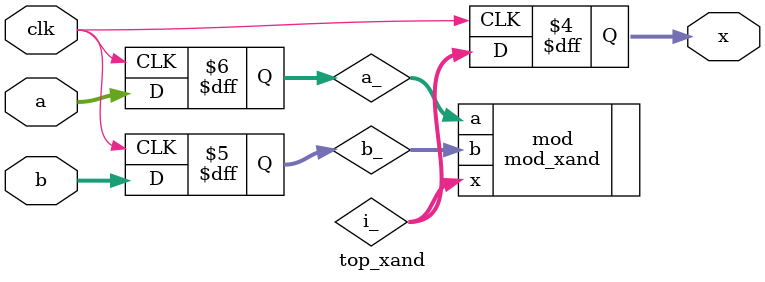
<source format=sv>

module top_xand (
  input wire clk,
  input wire [7:0] a,
  input wire [7:0] b,
  output reg [7:0] x
);

  reg [7:0] a_;
  reg [7:0] b_;
  wire [7:0] i_;

  always_ff @ (posedge clk)
    a_ <= a;

  always_ff @ (posedge clk)
    b_ <= b;

  always_ff @ (posedge clk)
    x <= i_;

  mod_xand mod (.a(a_), .b(b_), .x(i_));

endmodule

</source>
